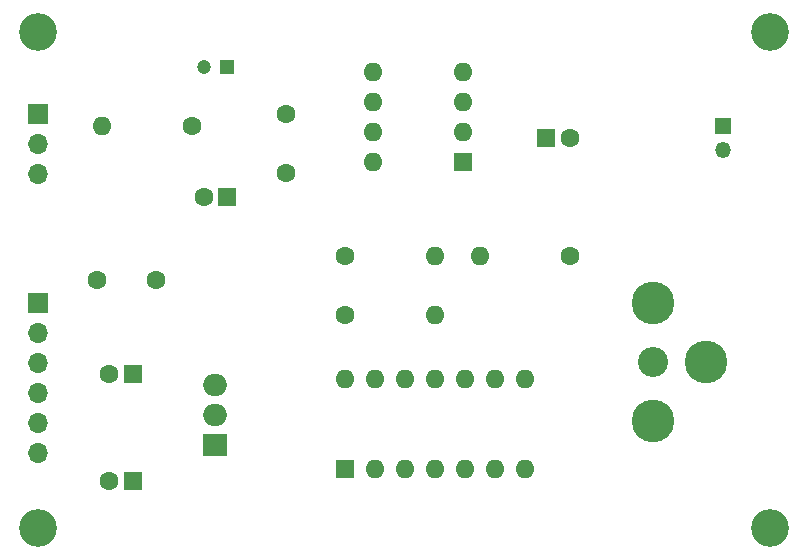
<source format=gts>
%TF.GenerationSoftware,KiCad,Pcbnew,(5.1.10)-1*%
%TF.CreationDate,2022-07-05T19:15:51+09:00*%
%TF.ProjectId,MZ_CVBS,4d5a5f43-5642-4532-9e6b-696361645f70,rev?*%
%TF.SameCoordinates,Original*%
%TF.FileFunction,Soldermask,Top*%
%TF.FilePolarity,Negative*%
%FSLAX46Y46*%
G04 Gerber Fmt 4.6, Leading zero omitted, Abs format (unit mm)*
G04 Created by KiCad (PCBNEW (5.1.10)-1) date 2022-07-05 19:15:51*
%MOMM*%
%LPD*%
G01*
G04 APERTURE LIST*
%ADD10C,3.200000*%
%ADD11R,1.200000X1.200000*%
%ADD12C,1.200000*%
%ADD13R,1.600000X1.600000*%
%ADD14C,1.600000*%
%ADD15R,1.700000X1.700000*%
%ADD16O,1.700000X1.700000*%
%ADD17R,1.350000X1.350000*%
%ADD18O,1.350000X1.350000*%
%ADD19C,2.550000*%
%ADD20C,3.616000*%
%ADD21O,1.600000X1.600000*%
%ADD22R,2.000000X1.905000*%
%ADD23O,2.000000X1.905000*%
G04 APERTURE END LIST*
D10*
%TO.C,*%
X-356000000Y426000000D03*
%TD*%
%TO.C,*%
X-356000000Y384000000D03*
%TD*%
%TO.C,*%
X-294000000Y384000000D03*
%TD*%
%TO.C,*%
X-294000000Y426000000D03*
%TD*%
D11*
%TO.C,C1*%
X-340000000Y423000000D03*
D12*
X-342000000Y423000000D03*
%TD*%
D13*
%TO.C,C2*%
X-348000000Y388000000D03*
D14*
X-350000000Y388000000D03*
%TD*%
%TO.C,C3*%
X-335000000Y414000000D03*
X-335000000Y419000000D03*
%TD*%
D13*
%TO.C,C4*%
X-340000000Y412000000D03*
D14*
X-342000000Y412000000D03*
%TD*%
%TO.C,C5*%
X-346000000Y405000000D03*
X-351000000Y405000000D03*
%TD*%
%TO.C,C6*%
X-350000000Y397000000D03*
D13*
X-348000000Y397000000D03*
%TD*%
D14*
%TO.C,C7*%
X-311000000Y417000000D03*
D13*
X-313000000Y417000000D03*
%TD*%
D15*
%TO.C,J1*%
X-356000000Y419000000D03*
D16*
X-356000000Y416460000D03*
X-356000000Y413920000D03*
%TD*%
D15*
%TO.C,J2*%
X-356000000Y403000000D03*
D16*
X-356000000Y400460000D03*
X-356000000Y397920000D03*
X-356000000Y395380000D03*
X-356000000Y392840000D03*
X-356000000Y390300000D03*
%TD*%
D17*
%TO.C,J3*%
X-298000000Y418000000D03*
D18*
X-298000000Y416000000D03*
%TD*%
D19*
%TO.C,J4*%
X-303950000Y398000000D03*
D20*
X-303950000Y393000000D03*
X-303950000Y403000000D03*
X-299450000Y398000000D03*
%TD*%
D14*
%TO.C,R1*%
X-343000000Y418000000D03*
D21*
X-350620000Y418000000D03*
%TD*%
%TO.C,R2*%
X-322380000Y402000000D03*
D14*
X-330000000Y402000000D03*
%TD*%
%TO.C,R3*%
X-330000000Y407000000D03*
D21*
X-322380000Y407000000D03*
%TD*%
%TO.C,R4*%
X-318620000Y407000000D03*
D14*
X-311000000Y407000000D03*
%TD*%
D13*
%TO.C,U1*%
X-330000000Y389000000D03*
D21*
X-314760000Y396620000D03*
X-327460000Y389000000D03*
X-317300000Y396620000D03*
X-324920000Y389000000D03*
X-319840000Y396620000D03*
X-322380000Y389000000D03*
X-322380000Y396620000D03*
X-319840000Y389000000D03*
X-324920000Y396620000D03*
X-317300000Y389000000D03*
X-327460000Y396620000D03*
X-314760000Y389000000D03*
X-330000000Y396620000D03*
%TD*%
D22*
%TO.C,U2*%
X-341000000Y391000000D03*
D23*
X-341000000Y393540000D03*
X-341000000Y396080000D03*
%TD*%
D13*
%TO.C,U3*%
X-320000000Y415000000D03*
D21*
X-327620000Y422620000D03*
X-320000000Y417540000D03*
X-327620000Y420080000D03*
X-320000000Y420080000D03*
X-327620000Y417540000D03*
X-320000000Y422620000D03*
X-327620000Y415000000D03*
%TD*%
M02*

</source>
